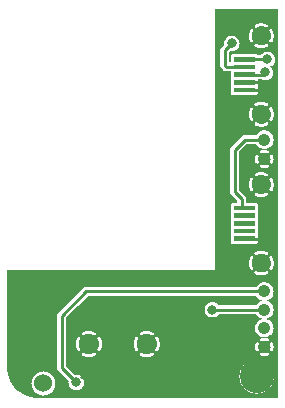
<source format=gbr>
G04 start of page 2 for group 0 idx 0 *
G04 Title: (unknown), top *
G04 Creator: pcb 4.2.0 *
G04 CreationDate: Fri Mar 27 23:03:46 2020 UTC *
G04 For: blinken *
G04 Format: Gerber/RS-274X *
G04 PCB-Dimensions (mm): 65.00 56.00 *
G04 PCB-Coordinate-Origin: lower left *
%MOMM*%
%FSLAX43Y43*%
%LNTOP*%
%ADD24C,1.300*%
%ADD23C,1.500*%
%ADD22C,0.965*%
%ADD21C,0.400*%
%ADD20C,0.654*%
%ADD19C,2.500*%
%ADD18C,1.524*%
%ADD17C,0.800*%
%ADD16C,1.054*%
%ADD15C,2.900*%
%ADD14C,1.600*%
%ADD13C,1.700*%
%ADD12C,0.254*%
%ADD11C,0.002*%
G54D11*G36*
X21086Y31219D02*X21818D01*
X21866Y31140D01*
X21946Y31046D01*
X22040Y30966D01*
X22144Y30902D01*
X22258Y30855D01*
X22377Y30826D01*
X22393Y30825D01*
X22377Y30824D01*
X22258Y30795D01*
X22144Y30748D01*
X22040Y30684D01*
X21946Y30604D01*
X21866Y30510D01*
X21818Y30431D01*
X21086D01*
Y31219D01*
G37*
G36*
X22250Y29308D02*X22258Y29305D01*
X22377Y29276D01*
X22393Y29275D01*
X22377Y29274D01*
X22258Y29245D01*
X22250Y29242D01*
Y29308D01*
G37*
G36*
X23117Y55500D02*X23700D01*
Y22550D01*
X23117D01*
Y23692D01*
X23146Y23740D01*
X23234Y23950D01*
X23287Y24172D01*
X23300Y24400D01*
X23287Y24628D01*
X23234Y24850D01*
X23146Y25060D01*
X23117Y25108D01*
Y26521D01*
X23132Y26523D01*
X23151Y26529D01*
X23169Y26538D01*
X23185Y26550D01*
X23200Y26564D01*
X23211Y26580D01*
X23220Y26598D01*
X23245Y26662D01*
X23263Y26729D01*
X23275Y26797D01*
X23281Y26866D01*
Y26934D01*
X23275Y27003D01*
X23263Y27071D01*
X23245Y27138D01*
X23221Y27202D01*
X23212Y27220D01*
X23200Y27236D01*
X23186Y27251D01*
X23169Y27262D01*
X23152Y27271D01*
X23132Y27277D01*
X23117Y27280D01*
Y28020D01*
X23134Y28040D01*
X23198Y28144D01*
X23245Y28258D01*
X23274Y28377D01*
X23281Y28500D01*
X23274Y28623D01*
X23245Y28742D01*
X23198Y28856D01*
X23134Y28960D01*
X23117Y28980D01*
Y29570D01*
X23134Y29590D01*
X23198Y29694D01*
X23245Y29808D01*
X23274Y29927D01*
X23281Y30050D01*
X23274Y30173D01*
X23245Y30292D01*
X23198Y30406D01*
X23134Y30510D01*
X23117Y30530D01*
Y31120D01*
X23134Y31140D01*
X23198Y31244D01*
X23245Y31358D01*
X23274Y31477D01*
X23281Y31600D01*
X23274Y31723D01*
X23245Y31842D01*
X23198Y31956D01*
X23134Y32060D01*
X23117Y32080D01*
Y33434D01*
X23129Y33440D01*
X23145Y33453D01*
X23158Y33467D01*
X23169Y33484D01*
X23214Y33571D01*
X23250Y33663D01*
X23277Y33757D01*
X23295Y33853D01*
X23304Y33951D01*
Y34049D01*
X23295Y34147D01*
X23277Y34243D01*
X23250Y34337D01*
X23214Y34429D01*
X23170Y34516D01*
X23159Y34533D01*
X23145Y34548D01*
X23130Y34560D01*
X23117Y34567D01*
Y40084D01*
X23129Y40090D01*
X23145Y40103D01*
X23158Y40117D01*
X23169Y40134D01*
X23214Y40221D01*
X23250Y40313D01*
X23277Y40407D01*
X23295Y40503D01*
X23304Y40601D01*
Y40699D01*
X23295Y40797D01*
X23277Y40893D01*
X23250Y40987D01*
X23214Y41079D01*
X23170Y41166D01*
X23159Y41183D01*
X23145Y41198D01*
X23130Y41210D01*
X23117Y41217D01*
Y42421D01*
X23132Y42423D01*
X23151Y42429D01*
X23169Y42438D01*
X23185Y42450D01*
X23200Y42464D01*
X23211Y42480D01*
X23220Y42498D01*
X23245Y42562D01*
X23263Y42629D01*
X23275Y42697D01*
X23281Y42766D01*
Y42834D01*
X23275Y42903D01*
X23263Y42971D01*
X23245Y43038D01*
X23221Y43102D01*
X23212Y43120D01*
X23200Y43136D01*
X23186Y43151D01*
X23169Y43162D01*
X23152Y43171D01*
X23132Y43177D01*
X23117Y43180D01*
Y43970D01*
X23134Y43990D01*
X23198Y44094D01*
X23245Y44208D01*
X23274Y44327D01*
X23281Y44450D01*
X23274Y44573D01*
X23245Y44692D01*
X23198Y44806D01*
X23134Y44910D01*
X23117Y44930D01*
Y46034D01*
X23129Y46040D01*
X23145Y46053D01*
X23158Y46067D01*
X23169Y46084D01*
X23214Y46171D01*
X23250Y46263D01*
X23277Y46357D01*
X23295Y46453D01*
X23304Y46551D01*
Y46649D01*
X23295Y46747D01*
X23277Y46843D01*
X23250Y46937D01*
X23214Y47029D01*
X23170Y47116D01*
X23159Y47133D01*
X23145Y47148D01*
X23130Y47160D01*
X23117Y47167D01*
Y49748D01*
X23131Y49764D01*
X23185Y49852D01*
X23224Y49947D01*
X23248Y50047D01*
X23254Y50150D01*
X23248Y50253D01*
X23224Y50353D01*
X23185Y50448D01*
X23131Y50536D01*
X23117Y50552D01*
Y50708D01*
X23136Y50719D01*
X23214Y50786D01*
X23281Y50864D01*
X23335Y50952D01*
X23374Y51047D01*
X23398Y51147D01*
X23404Y51250D01*
X23398Y51353D01*
X23374Y51453D01*
X23335Y51548D01*
X23281Y51636D01*
X23214Y51714D01*
X23136Y51781D01*
X23117Y51792D01*
Y52684D01*
X23129Y52690D01*
X23145Y52703D01*
X23158Y52717D01*
X23169Y52734D01*
X23214Y52821D01*
X23250Y52913D01*
X23277Y53007D01*
X23295Y53103D01*
X23304Y53201D01*
Y53299D01*
X23295Y53397D01*
X23277Y53493D01*
X23250Y53587D01*
X23214Y53679D01*
X23170Y53766D01*
X23159Y53783D01*
X23145Y53798D01*
X23130Y53810D01*
X23117Y53817D01*
Y55500D01*
G37*
G36*
Y50552D02*X23064Y50614D01*
X23018Y50653D01*
X23048Y50665D01*
X23117Y50708D01*
Y50552D01*
G37*
G36*
Y44930D02*X23054Y45004D01*
X22960Y45084D01*
X22856Y45148D01*
X22742Y45195D01*
X22623Y45224D01*
X22500Y45233D01*
X22377Y45224D01*
X22258Y45195D01*
X22250Y45192D01*
Y45546D01*
X22299D01*
X22397Y45555D01*
X22493Y45573D01*
X22587Y45600D01*
X22679Y45636D01*
X22766Y45680D01*
X22783Y45691D01*
X22798Y45705D01*
X22810Y45720D01*
X22820Y45738D01*
X22827Y45757D01*
X22831Y45777D01*
X22832Y45797D01*
X22829Y45817D01*
X22824Y45836D01*
X22816Y45854D01*
X22804Y45871D01*
X22791Y45886D01*
X22775Y45898D01*
X22757Y45908D01*
X22738Y45915D01*
X22719Y45919D01*
X22699Y45920D01*
X22679Y45917D01*
X22659Y45912D01*
X22641Y45903D01*
X22575Y45869D01*
X22506Y45842D01*
X22434Y45822D01*
X22361Y45808D01*
X22287Y45801D01*
X22250D01*
Y47399D01*
X22287D01*
X22361Y47392D01*
X22434Y47378D01*
X22506Y47358D01*
X22575Y47331D01*
X22642Y47298D01*
X22659Y47289D01*
X22679Y47283D01*
X22699Y47281D01*
X22719Y47282D01*
X22738Y47286D01*
X22757Y47293D01*
X22774Y47302D01*
X22790Y47315D01*
X22804Y47329D01*
X22815Y47346D01*
X22823Y47364D01*
X22829Y47383D01*
X22831Y47403D01*
X22830Y47423D01*
X22826Y47443D01*
X22819Y47462D01*
X22810Y47479D01*
X22797Y47495D01*
X22783Y47508D01*
X22766Y47519D01*
X22679Y47564D01*
X22587Y47600D01*
X22493Y47627D01*
X22397Y47645D01*
X22299Y47654D01*
X22250D01*
Y49569D01*
X22296D01*
X22302Y49565D01*
X22397Y49526D01*
X22497Y49502D01*
X22600Y49494D01*
X22703Y49502D01*
X22803Y49526D01*
X22898Y49565D01*
X22986Y49619D01*
X23064Y49686D01*
X23117Y49748D01*
Y47167D01*
X23112Y47170D01*
X23093Y47177D01*
X23073Y47181D01*
X23053Y47182D01*
X23033Y47179D01*
X23014Y47174D01*
X22996Y47166D01*
X22979Y47154D01*
X22964Y47141D01*
X22952Y47125D01*
X22942Y47107D01*
X22935Y47088D01*
X22931Y47069D01*
X22930Y47049D01*
X22933Y47029D01*
X22938Y47009D01*
X22947Y46991D01*
X22981Y46925D01*
X23008Y46856D01*
X23028Y46784D01*
X23042Y46711D01*
X23049Y46637D01*
Y46563D01*
X23042Y46489D01*
X23028Y46416D01*
X23008Y46344D01*
X22981Y46275D01*
X22948Y46208D01*
X22939Y46191D01*
X22933Y46171D01*
X22931Y46151D01*
X22932Y46131D01*
X22936Y46112D01*
X22943Y46093D01*
X22952Y46076D01*
X22965Y46060D01*
X22979Y46046D01*
X22996Y46035D01*
X23014Y46027D01*
X23033Y46021D01*
X23053Y46019D01*
X23073Y46020D01*
X23093Y46024D01*
X23112Y46031D01*
X23117Y46034D01*
Y44930D01*
G37*
G36*
Y32080D02*X23054Y32154D01*
X22960Y32234D01*
X22856Y32298D01*
X22742Y32345D01*
X22623Y32374D01*
X22500Y32383D01*
X22377Y32374D01*
X22258Y32345D01*
X22250Y32342D01*
Y32946D01*
X22299D01*
X22397Y32955D01*
X22493Y32973D01*
X22587Y33000D01*
X22679Y33036D01*
X22766Y33080D01*
X22783Y33091D01*
X22798Y33105D01*
X22810Y33120D01*
X22820Y33138D01*
X22827Y33157D01*
X22831Y33177D01*
X22832Y33197D01*
X22829Y33217D01*
X22824Y33236D01*
X22816Y33254D01*
X22804Y33271D01*
X22791Y33286D01*
X22775Y33298D01*
X22757Y33308D01*
X22738Y33315D01*
X22719Y33319D01*
X22699Y33320D01*
X22679Y33317D01*
X22659Y33312D01*
X22641Y33303D01*
X22575Y33269D01*
X22506Y33242D01*
X22434Y33222D01*
X22361Y33208D01*
X22287Y33201D01*
X22250D01*
Y34799D01*
X22287D01*
X22361Y34792D01*
X22434Y34778D01*
X22506Y34758D01*
X22575Y34731D01*
X22642Y34698D01*
X22659Y34689D01*
X22679Y34683D01*
X22699Y34681D01*
X22719Y34682D01*
X22738Y34686D01*
X22757Y34693D01*
X22774Y34702D01*
X22790Y34715D01*
X22804Y34729D01*
X22815Y34746D01*
X22823Y34764D01*
X22829Y34783D01*
X22831Y34803D01*
X22830Y34823D01*
X22826Y34843D01*
X22819Y34862D01*
X22810Y34879D01*
X22797Y34895D01*
X22783Y34908D01*
X22766Y34919D01*
X22679Y34964D01*
X22587Y35000D01*
X22493Y35027D01*
X22397Y35045D01*
X22299Y35054D01*
X22250D01*
Y39596D01*
X22299D01*
X22397Y39605D01*
X22493Y39623D01*
X22587Y39650D01*
X22679Y39686D01*
X22766Y39730D01*
X22783Y39741D01*
X22798Y39755D01*
X22810Y39770D01*
X22820Y39788D01*
X22827Y39807D01*
X22831Y39827D01*
X22832Y39847D01*
X22829Y39867D01*
X22824Y39886D01*
X22816Y39904D01*
X22804Y39921D01*
X22791Y39936D01*
X22775Y39948D01*
X22757Y39958D01*
X22738Y39965D01*
X22719Y39969D01*
X22699Y39970D01*
X22679Y39967D01*
X22659Y39962D01*
X22641Y39953D01*
X22575Y39919D01*
X22506Y39892D01*
X22434Y39872D01*
X22361Y39858D01*
X22287Y39851D01*
X22250D01*
Y41449D01*
X22287D01*
X22361Y41442D01*
X22434Y41428D01*
X22506Y41408D01*
X22575Y41381D01*
X22642Y41348D01*
X22659Y41339D01*
X22679Y41333D01*
X22699Y41331D01*
X22719Y41332D01*
X22738Y41336D01*
X22757Y41343D01*
X22774Y41352D01*
X22790Y41365D01*
X22804Y41379D01*
X22815Y41396D01*
X22823Y41414D01*
X22829Y41433D01*
X22831Y41453D01*
X22830Y41473D01*
X22826Y41493D01*
X22819Y41512D01*
X22810Y41529D01*
X22797Y41545D01*
X22783Y41558D01*
X22766Y41569D01*
X22679Y41614D01*
X22587Y41650D01*
X22493Y41677D01*
X22397Y41695D01*
X22299Y41704D01*
X22250D01*
Y42060D01*
X22262Y42055D01*
X22329Y42037D01*
X22397Y42025D01*
X22466Y42019D01*
X22534D01*
X22603Y42025D01*
X22671Y42037D01*
X22738Y42055D01*
X22802Y42079D01*
X22820Y42088D01*
X22836Y42100D01*
X22850Y42114D01*
X22862Y42131D01*
X22871Y42148D01*
X22877Y42168D01*
X22880Y42187D01*
X22880Y42207D01*
X22877Y42227D01*
X22871Y42246D01*
X22862Y42264D01*
X22850Y42280D01*
X22836Y42294D01*
X22819Y42306D01*
X22801Y42315D01*
X22782Y42321D01*
X22762Y42324D01*
X22742Y42324D01*
X22722Y42321D01*
X22704Y42314D01*
X22660Y42298D01*
X22615Y42286D01*
X22570Y42278D01*
X22523Y42274D01*
X22477D01*
X22430Y42278D01*
X22385Y42286D01*
X22340Y42298D01*
X22296Y42314D01*
X22277Y42321D01*
X22258Y42324D01*
X22250Y42324D01*
Y43276D01*
X22258Y43276D01*
X22278Y43279D01*
X22296Y43286D01*
X22340Y43302D01*
X22385Y43314D01*
X22430Y43322D01*
X22477Y43326D01*
X22523D01*
X22570Y43322D01*
X22615Y43314D01*
X22660Y43302D01*
X22704Y43286D01*
X22723Y43279D01*
X22742Y43276D01*
X22762Y43276D01*
X22782Y43279D01*
X22801Y43285D01*
X22819Y43294D01*
X22835Y43306D01*
X22849Y43320D01*
X22861Y43336D01*
X22870Y43354D01*
X22877Y43373D01*
X22880Y43393D01*
X22880Y43413D01*
X22877Y43432D01*
X22871Y43451D01*
X22862Y43469D01*
X22850Y43485D01*
X22836Y43500D01*
X22820Y43511D01*
X22802Y43520D01*
X22738Y43545D01*
X22671Y43563D01*
X22603Y43575D01*
X22534Y43581D01*
X22466D01*
X22397Y43575D01*
X22329Y43563D01*
X22262Y43545D01*
X22250Y43540D01*
Y43708D01*
X22258Y43705D01*
X22377Y43676D01*
X22500Y43667D01*
X22623Y43676D01*
X22742Y43705D01*
X22856Y43752D01*
X22960Y43816D01*
X23054Y43896D01*
X23117Y43970D01*
Y43180D01*
X23113Y43180D01*
X23093Y43180D01*
X23073Y43177D01*
X23054Y43171D01*
X23036Y43162D01*
X23020Y43150D01*
X23006Y43136D01*
X22994Y43119D01*
X22985Y43101D01*
X22979Y43082D01*
X22976Y43062D01*
X22976Y43042D01*
X22979Y43022D01*
X22986Y43004D01*
X23002Y42960D01*
X23014Y42915D01*
X23022Y42870D01*
X23026Y42823D01*
Y42777D01*
X23022Y42730D01*
X23014Y42685D01*
X23002Y42640D01*
X22986Y42596D01*
X22979Y42577D01*
X22976Y42558D01*
X22976Y42538D01*
X22979Y42518D01*
X22985Y42499D01*
X22994Y42481D01*
X23006Y42465D01*
X23020Y42451D01*
X23036Y42439D01*
X23054Y42430D01*
X23073Y42423D01*
X23093Y42420D01*
X23113Y42420D01*
X23117Y42421D01*
Y41217D01*
X23112Y41220D01*
X23093Y41227D01*
X23073Y41231D01*
X23053Y41232D01*
X23033Y41229D01*
X23014Y41224D01*
X22996Y41216D01*
X22979Y41204D01*
X22964Y41191D01*
X22952Y41175D01*
X22942Y41157D01*
X22935Y41138D01*
X22931Y41119D01*
X22930Y41099D01*
X22933Y41079D01*
X22938Y41059D01*
X22947Y41041D01*
X22981Y40975D01*
X23008Y40906D01*
X23028Y40834D01*
X23042Y40761D01*
X23049Y40687D01*
Y40613D01*
X23042Y40539D01*
X23028Y40466D01*
X23008Y40394D01*
X22981Y40325D01*
X22948Y40258D01*
X22939Y40241D01*
X22933Y40221D01*
X22931Y40201D01*
X22932Y40181D01*
X22936Y40162D01*
X22943Y40143D01*
X22952Y40126D01*
X22965Y40110D01*
X22979Y40096D01*
X22996Y40085D01*
X23014Y40077D01*
X23033Y40071D01*
X23053Y40069D01*
X23073Y40070D01*
X23093Y40074D01*
X23112Y40081D01*
X23117Y40084D01*
Y34567D01*
X23112Y34570D01*
X23093Y34577D01*
X23073Y34581D01*
X23053Y34582D01*
X23033Y34579D01*
X23014Y34574D01*
X22996Y34566D01*
X22979Y34554D01*
X22964Y34541D01*
X22952Y34525D01*
X22942Y34507D01*
X22935Y34488D01*
X22931Y34469D01*
X22930Y34449D01*
X22933Y34429D01*
X22938Y34409D01*
X22947Y34391D01*
X22981Y34325D01*
X23008Y34256D01*
X23028Y34184D01*
X23042Y34111D01*
X23049Y34037D01*
Y33963D01*
X23042Y33889D01*
X23028Y33816D01*
X23008Y33744D01*
X22981Y33675D01*
X22948Y33608D01*
X22939Y33591D01*
X22933Y33571D01*
X22931Y33551D01*
X22932Y33531D01*
X22936Y33512D01*
X22943Y33493D01*
X22952Y33476D01*
X22965Y33460D01*
X22979Y33446D01*
X22996Y33435D01*
X23014Y33427D01*
X23033Y33421D01*
X23053Y33419D01*
X23073Y33420D01*
X23093Y33424D01*
X23112Y33431D01*
X23117Y33434D01*
Y32080D01*
G37*
G36*
Y30530D02*X23054Y30604D01*
X22960Y30684D01*
X22856Y30748D01*
X22742Y30795D01*
X22623Y30824D01*
X22607Y30825D01*
X22623Y30826D01*
X22742Y30855D01*
X22856Y30902D01*
X22960Y30966D01*
X23054Y31046D01*
X23117Y31120D01*
Y30530D01*
G37*
G36*
Y28980D02*X23054Y29054D01*
X22960Y29134D01*
X22856Y29198D01*
X22742Y29245D01*
X22623Y29274D01*
X22607Y29275D01*
X22623Y29276D01*
X22742Y29305D01*
X22856Y29352D01*
X22960Y29416D01*
X23054Y29496D01*
X23117Y29570D01*
Y28980D01*
G37*
G36*
Y25108D02*X23027Y25255D01*
X22879Y25429D01*
X22705Y25577D01*
X22510Y25696D01*
X22300Y25784D01*
X22250Y25795D01*
Y26160D01*
X22262Y26155D01*
X22329Y26137D01*
X22397Y26125D01*
X22466Y26119D01*
X22534D01*
X22603Y26125D01*
X22671Y26137D01*
X22738Y26155D01*
X22802Y26179D01*
X22820Y26188D01*
X22836Y26200D01*
X22850Y26214D01*
X22862Y26231D01*
X22871Y26248D01*
X22877Y26268D01*
X22880Y26287D01*
X22880Y26307D01*
X22877Y26327D01*
X22871Y26346D01*
X22862Y26364D01*
X22850Y26380D01*
X22836Y26394D01*
X22819Y26406D01*
X22801Y26415D01*
X22782Y26421D01*
X22762Y26424D01*
X22742Y26424D01*
X22722Y26421D01*
X22704Y26414D01*
X22660Y26398D01*
X22615Y26386D01*
X22570Y26378D01*
X22523Y26374D01*
X22477D01*
X22430Y26378D01*
X22385Y26386D01*
X22340Y26398D01*
X22296Y26414D01*
X22277Y26421D01*
X22258Y26424D01*
X22250Y26424D01*
Y27376D01*
X22258Y27376D01*
X22278Y27379D01*
X22296Y27386D01*
X22340Y27402D01*
X22385Y27414D01*
X22430Y27422D01*
X22477Y27426D01*
X22523D01*
X22570Y27422D01*
X22615Y27414D01*
X22660Y27402D01*
X22704Y27386D01*
X22723Y27379D01*
X22742Y27376D01*
X22762Y27376D01*
X22782Y27379D01*
X22801Y27385D01*
X22819Y27394D01*
X22835Y27406D01*
X22849Y27420D01*
X22861Y27436D01*
X22870Y27454D01*
X22877Y27473D01*
X22880Y27493D01*
X22880Y27513D01*
X22877Y27532D01*
X22871Y27551D01*
X22862Y27569D01*
X22850Y27585D01*
X22836Y27600D01*
X22820Y27611D01*
X22802Y27620D01*
X22738Y27645D01*
X22671Y27663D01*
X22603Y27675D01*
X22534Y27681D01*
X22466D01*
X22397Y27675D01*
X22329Y27663D01*
X22262Y27645D01*
X22250Y27640D01*
Y27758D01*
X22258Y27755D01*
X22377Y27726D01*
X22500Y27717D01*
X22623Y27726D01*
X22742Y27755D01*
X22856Y27802D01*
X22960Y27866D01*
X23054Y27946D01*
X23117Y28020D01*
Y27280D01*
X23113Y27280D01*
X23093Y27280D01*
X23073Y27277D01*
X23054Y27271D01*
X23036Y27262D01*
X23020Y27250D01*
X23006Y27236D01*
X22994Y27219D01*
X22985Y27201D01*
X22979Y27182D01*
X22976Y27162D01*
X22976Y27142D01*
X22979Y27122D01*
X22986Y27104D01*
X23002Y27060D01*
X23014Y27015D01*
X23022Y26970D01*
X23026Y26923D01*
Y26877D01*
X23022Y26830D01*
X23014Y26785D01*
X23002Y26740D01*
X22986Y26696D01*
X22979Y26677D01*
X22976Y26658D01*
X22976Y26638D01*
X22979Y26618D01*
X22985Y26599D01*
X22994Y26581D01*
X23006Y26565D01*
X23020Y26551D01*
X23036Y26539D01*
X23054Y26530D01*
X23073Y26523D01*
X23093Y26520D01*
X23113Y26520D01*
X23117Y26521D01*
Y25108D01*
G37*
G36*
Y22550D02*X22250D01*
Y23005D01*
X22300Y23016D01*
X22510Y23104D01*
X22705Y23223D01*
X22879Y23371D01*
X23027Y23545D01*
X23117Y23692D01*
Y22550D01*
G37*
G36*
X22250Y55500D02*X23117D01*
Y53817D01*
X23112Y53820D01*
X23093Y53827D01*
X23073Y53831D01*
X23053Y53832D01*
X23033Y53829D01*
X23014Y53824D01*
X22996Y53816D01*
X22979Y53804D01*
X22964Y53791D01*
X22952Y53775D01*
X22942Y53757D01*
X22935Y53738D01*
X22931Y53719D01*
X22930Y53699D01*
X22933Y53679D01*
X22938Y53659D01*
X22947Y53641D01*
X22981Y53575D01*
X23008Y53506D01*
X23028Y53434D01*
X23042Y53361D01*
X23049Y53287D01*
Y53213D01*
X23042Y53139D01*
X23028Y53066D01*
X23008Y52994D01*
X22981Y52925D01*
X22948Y52858D01*
X22939Y52841D01*
X22933Y52821D01*
X22931Y52801D01*
X22932Y52781D01*
X22936Y52762D01*
X22943Y52743D01*
X22952Y52726D01*
X22965Y52710D01*
X22979Y52696D01*
X22996Y52685D01*
X23014Y52677D01*
X23033Y52671D01*
X23053Y52669D01*
X23073Y52670D01*
X23093Y52674D01*
X23112Y52681D01*
X23117Y52684D01*
Y51792D01*
X23048Y51835D01*
X22953Y51874D01*
X22853Y51898D01*
X22750Y51906D01*
X22647Y51898D01*
X22547Y51874D01*
X22452Y51835D01*
X22364Y51781D01*
X22286Y51714D01*
X22250Y51672D01*
Y52196D01*
X22299D01*
X22397Y52205D01*
X22493Y52223D01*
X22587Y52250D01*
X22679Y52286D01*
X22766Y52330D01*
X22783Y52341D01*
X22798Y52355D01*
X22810Y52370D01*
X22820Y52388D01*
X22827Y52407D01*
X22831Y52427D01*
X22832Y52447D01*
X22829Y52467D01*
X22824Y52486D01*
X22816Y52504D01*
X22804Y52521D01*
X22791Y52536D01*
X22775Y52548D01*
X22757Y52558D01*
X22738Y52565D01*
X22719Y52569D01*
X22699Y52570D01*
X22679Y52567D01*
X22659Y52562D01*
X22641Y52553D01*
X22575Y52519D01*
X22506Y52492D01*
X22434Y52472D01*
X22361Y52458D01*
X22287Y52451D01*
X22250D01*
Y54049D01*
X22287D01*
X22361Y54042D01*
X22434Y54028D01*
X22506Y54008D01*
X22575Y53981D01*
X22642Y53948D01*
X22659Y53939D01*
X22679Y53933D01*
X22699Y53931D01*
X22719Y53932D01*
X22738Y53936D01*
X22757Y53943D01*
X22774Y53952D01*
X22790Y53965D01*
X22804Y53979D01*
X22815Y53996D01*
X22823Y54014D01*
X22829Y54033D01*
X22831Y54053D01*
X22830Y54073D01*
X22826Y54093D01*
X22819Y54112D01*
X22810Y54129D01*
X22797Y54145D01*
X22783Y54158D01*
X22766Y54169D01*
X22679Y54214D01*
X22587Y54250D01*
X22493Y54277D01*
X22397Y54295D01*
X22299Y54304D01*
X22250D01*
Y55500D01*
G37*
G36*
Y45192D02*X22144Y45148D01*
X22040Y45084D01*
X21946Y45004D01*
X21866Y44910D01*
X21818Y44831D01*
X21383D01*
Y46033D01*
X21388Y46030D01*
X21407Y46023D01*
X21427Y46019D01*
X21447Y46018D01*
X21467Y46021D01*
X21486Y46026D01*
X21504Y46034D01*
X21521Y46046D01*
X21536Y46059D01*
X21548Y46075D01*
X21558Y46093D01*
X21565Y46112D01*
X21569Y46131D01*
X21570Y46151D01*
X21567Y46171D01*
X21562Y46191D01*
X21553Y46209D01*
X21519Y46275D01*
X21492Y46344D01*
X21472Y46416D01*
X21458Y46489D01*
X21451Y46563D01*
Y46637D01*
X21458Y46711D01*
X21472Y46784D01*
X21492Y46856D01*
X21519Y46925D01*
X21552Y46992D01*
X21561Y47009D01*
X21567Y47029D01*
X21569Y47049D01*
X21568Y47069D01*
X21564Y47088D01*
X21557Y47107D01*
X21548Y47124D01*
X21535Y47140D01*
X21521Y47154D01*
X21504Y47165D01*
X21486Y47173D01*
X21467Y47179D01*
X21447Y47181D01*
X21427Y47180D01*
X21407Y47176D01*
X21388Y47169D01*
X21383Y47166D01*
Y48198D01*
X21740Y48198D01*
X21779Y48208D01*
X21816Y48223D01*
X21850Y48244D01*
X21880Y48270D01*
X21906Y48300D01*
X21927Y48334D01*
X21942Y48371D01*
X21952Y48410D01*
X21954Y48450D01*
X21952Y48890D01*
X21942Y48929D01*
X21927Y48966D01*
X21921Y48975D01*
X21927Y48984D01*
X21942Y49021D01*
X21952Y49060D01*
X21954Y49100D01*
X21952Y49540D01*
X21945Y49569D01*
X22250D01*
Y47654D01*
X22201D01*
X22103Y47645D01*
X22007Y47627D01*
X21913Y47600D01*
X21821Y47564D01*
X21734Y47520D01*
X21717Y47509D01*
X21702Y47495D01*
X21690Y47480D01*
X21680Y47462D01*
X21673Y47443D01*
X21669Y47423D01*
X21668Y47403D01*
X21671Y47383D01*
X21676Y47364D01*
X21684Y47346D01*
X21696Y47329D01*
X21709Y47314D01*
X21725Y47302D01*
X21743Y47292D01*
X21762Y47285D01*
X21781Y47281D01*
X21801Y47280D01*
X21821Y47283D01*
X21841Y47288D01*
X21859Y47297D01*
X21925Y47331D01*
X21994Y47358D01*
X22066Y47378D01*
X22139Y47392D01*
X22213Y47399D01*
X22250D01*
Y45801D01*
X22213D01*
X22139Y45808D01*
X22066Y45822D01*
X21994Y45842D01*
X21925Y45869D01*
X21858Y45902D01*
X21841Y45911D01*
X21821Y45917D01*
X21801Y45919D01*
X21781Y45918D01*
X21762Y45914D01*
X21743Y45907D01*
X21726Y45898D01*
X21710Y45885D01*
X21696Y45871D01*
X21685Y45854D01*
X21677Y45836D01*
X21671Y45817D01*
X21669Y45797D01*
X21670Y45777D01*
X21674Y45757D01*
X21681Y45738D01*
X21690Y45721D01*
X21703Y45705D01*
X21717Y45692D01*
X21734Y45681D01*
X21821Y45636D01*
X21913Y45600D01*
X22007Y45573D01*
X22103Y45555D01*
X22201Y45546D01*
X22250D01*
Y45192D01*
G37*
G36*
X21383Y44831D02*X21086D01*
Y48198D01*
X21383Y48198D01*
Y47166D01*
X21371Y47160D01*
X21355Y47147D01*
X21342Y47133D01*
X21331Y47116D01*
X21286Y47029D01*
X21250Y46937D01*
X21223Y46843D01*
X21205Y46747D01*
X21196Y46649D01*
Y46551D01*
X21205Y46453D01*
X21223Y46357D01*
X21250Y46263D01*
X21286Y46171D01*
X21330Y46084D01*
X21341Y46067D01*
X21355Y46052D01*
X21370Y46040D01*
X21383Y46033D01*
Y44831D01*
G37*
G36*
X21872Y34704D02*X21925Y34731D01*
X21994Y34758D01*
X22066Y34778D01*
X22139Y34792D01*
X22213Y34799D01*
X22250D01*
Y33201D01*
X22213D01*
X22139Y33208D01*
X22066Y33222D01*
X21994Y33242D01*
X21925Y33269D01*
X21872Y33296D01*
Y34704D01*
G37*
G36*
Y41354D02*X21925Y41381D01*
X21994Y41408D01*
X22066Y41428D01*
X22139Y41442D01*
X22213Y41449D01*
X22250D01*
Y39851D01*
X22213D01*
X22139Y39858D01*
X22066Y39872D01*
X21994Y39892D01*
X21925Y39919D01*
X21872Y39946D01*
Y41354D01*
G37*
G36*
Y43983D02*X21946Y43896D01*
X22040Y43816D01*
X22144Y43752D01*
X22250Y43708D01*
Y43540D01*
X22198Y43521D01*
X22180Y43512D01*
X22164Y43500D01*
X22149Y43486D01*
X22138Y43469D01*
X22129Y43452D01*
X22123Y43432D01*
X22120Y43413D01*
X22120Y43393D01*
X22123Y43373D01*
X22129Y43354D01*
X22138Y43336D01*
X22150Y43320D01*
X22164Y43306D01*
X22181Y43294D01*
X22199Y43285D01*
X22218Y43279D01*
X22238Y43276D01*
X22250Y43276D01*
Y42324D01*
X22238Y42324D01*
X22218Y42321D01*
X22199Y42315D01*
X22181Y42306D01*
X22165Y42294D01*
X22151Y42280D01*
X22139Y42264D01*
X22130Y42246D01*
X22123Y42227D01*
X22120Y42207D01*
X22120Y42187D01*
X22123Y42168D01*
X22129Y42149D01*
X22138Y42131D01*
X22150Y42115D01*
X22164Y42100D01*
X22180Y42089D01*
X22198Y42080D01*
X22250Y42060D01*
Y41704D01*
X22201D01*
X22103Y41695D01*
X22007Y41677D01*
X21913Y41650D01*
X21872Y41634D01*
Y42422D01*
X21887Y42420D01*
X21907Y42420D01*
X21927Y42423D01*
X21946Y42429D01*
X21964Y42438D01*
X21980Y42450D01*
X21994Y42464D01*
X22006Y42481D01*
X22015Y42499D01*
X22021Y42518D01*
X22024Y42538D01*
X22024Y42558D01*
X22021Y42578D01*
X22014Y42596D01*
X21998Y42640D01*
X21986Y42685D01*
X21978Y42730D01*
X21974Y42777D01*
Y42823D01*
X21978Y42870D01*
X21986Y42915D01*
X21998Y42960D01*
X22014Y43004D01*
X22021Y43023D01*
X22024Y43042D01*
X22024Y43062D01*
X22021Y43082D01*
X22015Y43101D01*
X22006Y43119D01*
X21994Y43135D01*
X21980Y43149D01*
X21964Y43161D01*
X21946Y43170D01*
X21927Y43177D01*
X21907Y43180D01*
X21887Y43180D01*
X21872Y43178D01*
Y43983D01*
G37*
G36*
Y35663D02*X21880Y35670D01*
X21906Y35700D01*
X21927Y35734D01*
X21942Y35771D01*
X21952Y35810D01*
X21954Y35850D01*
X21952Y36290D01*
X21942Y36329D01*
X21927Y36366D01*
X21921Y36375D01*
X21927Y36384D01*
X21942Y36421D01*
X21952Y36460D01*
X21954Y36500D01*
X21952Y36940D01*
X21942Y36979D01*
X21927Y37016D01*
X21921Y37025D01*
X21927Y37034D01*
X21942Y37071D01*
X21952Y37110D01*
X21954Y37150D01*
X21952Y37590D01*
X21942Y37629D01*
X21927Y37666D01*
X21921Y37675D01*
X21927Y37684D01*
X21942Y37721D01*
X21952Y37760D01*
X21954Y37800D01*
X21952Y38240D01*
X21942Y38279D01*
X21927Y38316D01*
X21921Y38325D01*
X21927Y38334D01*
X21942Y38371D01*
X21952Y38410D01*
X21954Y38450D01*
X21952Y38890D01*
X21942Y38929D01*
X21927Y38966D01*
X21906Y39000D01*
X21880Y39030D01*
X21872Y39037D01*
Y39666D01*
X21913Y39650D01*
X22007Y39623D01*
X22103Y39605D01*
X22201Y39596D01*
X22250D01*
Y35054D01*
X22201D01*
X22103Y35045D01*
X22007Y35027D01*
X21913Y35000D01*
X21872Y34984D01*
Y35663D01*
G37*
G36*
X22250Y32342D02*X22144Y32298D01*
X22040Y32234D01*
X21946Y32154D01*
X21872Y32067D01*
Y33016D01*
X21913Y33000D01*
X22007Y32973D01*
X22103Y32955D01*
X22201Y32946D01*
X22250D01*
Y32342D01*
G37*
G36*
X21872Y39037D02*X21850Y39056D01*
X21816Y39077D01*
X21779Y39092D01*
X21740Y39102D01*
X21700Y39104D01*
X21383Y39104D01*
Y40083D01*
X21388Y40080D01*
X21407Y40073D01*
X21427Y40069D01*
X21447Y40068D01*
X21467Y40071D01*
X21486Y40076D01*
X21504Y40084D01*
X21521Y40096D01*
X21536Y40109D01*
X21548Y40125D01*
X21558Y40143D01*
X21565Y40162D01*
X21569Y40181D01*
X21570Y40201D01*
X21567Y40221D01*
X21562Y40241D01*
X21553Y40259D01*
X21519Y40325D01*
X21492Y40394D01*
X21472Y40466D01*
X21458Y40539D01*
X21451Y40613D01*
Y40687D01*
X21458Y40761D01*
X21472Y40834D01*
X21492Y40906D01*
X21519Y40975D01*
X21552Y41042D01*
X21561Y41059D01*
X21567Y41079D01*
X21569Y41099D01*
X21568Y41119D01*
X21564Y41138D01*
X21557Y41157D01*
X21548Y41174D01*
X21535Y41190D01*
X21521Y41204D01*
X21504Y41215D01*
X21486Y41223D01*
X21467Y41229D01*
X21447Y41231D01*
X21427Y41230D01*
X21407Y41226D01*
X21388Y41219D01*
X21383Y41216D01*
Y44069D01*
X21818D01*
X21866Y43990D01*
X21872Y43983D01*
Y43178D01*
X21868Y43177D01*
X21849Y43171D01*
X21831Y43162D01*
X21815Y43150D01*
X21800Y43136D01*
X21789Y43120D01*
X21780Y43102D01*
X21755Y43038D01*
X21737Y42971D01*
X21725Y42903D01*
X21719Y42834D01*
Y42766D01*
X21725Y42697D01*
X21737Y42629D01*
X21755Y42562D01*
X21779Y42498D01*
X21788Y42480D01*
X21800Y42464D01*
X21814Y42450D01*
X21831Y42438D01*
X21848Y42429D01*
X21868Y42423D01*
X21872Y42422D01*
Y41634D01*
X21821Y41614D01*
X21734Y41570D01*
X21717Y41559D01*
X21702Y41545D01*
X21690Y41530D01*
X21680Y41512D01*
X21673Y41493D01*
X21669Y41473D01*
X21668Y41453D01*
X21671Y41433D01*
X21676Y41414D01*
X21684Y41396D01*
X21696Y41379D01*
X21709Y41364D01*
X21725Y41352D01*
X21743Y41342D01*
X21762Y41335D01*
X21781Y41331D01*
X21801Y41330D01*
X21821Y41333D01*
X21841Y41338D01*
X21859Y41347D01*
X21872Y41354D01*
Y39946D01*
X21858Y39952D01*
X21841Y39961D01*
X21821Y39967D01*
X21801Y39969D01*
X21781Y39968D01*
X21762Y39964D01*
X21743Y39957D01*
X21726Y39948D01*
X21710Y39935D01*
X21696Y39921D01*
X21685Y39904D01*
X21677Y39886D01*
X21671Y39867D01*
X21669Y39847D01*
X21670Y39827D01*
X21674Y39807D01*
X21681Y39788D01*
X21690Y39771D01*
X21703Y39755D01*
X21717Y39742D01*
X21734Y39731D01*
X21821Y39686D01*
X21872Y39666D01*
Y39037D01*
G37*
G36*
Y32067D02*X21866Y32060D01*
X21818Y31981D01*
X21383D01*
Y33433D01*
X21388Y33430D01*
X21407Y33423D01*
X21427Y33419D01*
X21447Y33418D01*
X21467Y33421D01*
X21486Y33426D01*
X21504Y33434D01*
X21521Y33446D01*
X21536Y33459D01*
X21548Y33475D01*
X21558Y33493D01*
X21565Y33512D01*
X21569Y33531D01*
X21570Y33551D01*
X21567Y33571D01*
X21562Y33591D01*
X21553Y33609D01*
X21519Y33675D01*
X21492Y33744D01*
X21472Y33816D01*
X21458Y33889D01*
X21451Y33963D01*
Y34037D01*
X21458Y34111D01*
X21472Y34184D01*
X21492Y34256D01*
X21519Y34325D01*
X21552Y34392D01*
X21561Y34409D01*
X21567Y34429D01*
X21569Y34449D01*
X21568Y34469D01*
X21564Y34488D01*
X21557Y34507D01*
X21548Y34524D01*
X21535Y34540D01*
X21521Y34554D01*
X21504Y34565D01*
X21486Y34573D01*
X21467Y34579D01*
X21447Y34581D01*
X21427Y34580D01*
X21407Y34576D01*
X21388Y34569D01*
X21383Y34566D01*
Y35598D01*
X21740Y35598D01*
X21779Y35608D01*
X21816Y35623D01*
X21850Y35644D01*
X21872Y35663D01*
Y34984D01*
X21821Y34964D01*
X21734Y34920D01*
X21717Y34909D01*
X21702Y34895D01*
X21690Y34880D01*
X21680Y34862D01*
X21673Y34843D01*
X21669Y34823D01*
X21668Y34803D01*
X21671Y34783D01*
X21676Y34764D01*
X21684Y34746D01*
X21696Y34729D01*
X21709Y34714D01*
X21725Y34702D01*
X21743Y34692D01*
X21762Y34685D01*
X21781Y34681D01*
X21801Y34680D01*
X21821Y34683D01*
X21841Y34688D01*
X21859Y34697D01*
X21872Y34704D01*
Y33296D01*
X21858Y33302D01*
X21841Y33311D01*
X21821Y33317D01*
X21801Y33319D01*
X21781Y33318D01*
X21762Y33314D01*
X21743Y33307D01*
X21726Y33298D01*
X21710Y33285D01*
X21696Y33271D01*
X21685Y33254D01*
X21677Y33236D01*
X21671Y33217D01*
X21669Y33197D01*
X21670Y33177D01*
X21674Y33157D01*
X21681Y33138D01*
X21690Y33121D01*
X21703Y33105D01*
X21717Y33092D01*
X21734Y33081D01*
X21821Y33036D01*
X21872Y33016D01*
Y32067D01*
G37*
G36*
X21383Y39104D02*X21086Y39103D01*
Y44069D01*
X21383D01*
Y41216D01*
X21371Y41210D01*
X21355Y41197D01*
X21342Y41183D01*
X21331Y41166D01*
X21286Y41079D01*
X21250Y40987D01*
X21223Y40893D01*
X21205Y40797D01*
X21196Y40699D01*
Y40601D01*
X21205Y40503D01*
X21223Y40407D01*
X21250Y40313D01*
X21286Y40221D01*
X21330Y40134D01*
X21341Y40117D01*
X21355Y40102D01*
X21370Y40090D01*
X21383Y40083D01*
Y39104D01*
G37*
G36*
Y31981D02*X21086D01*
Y35598D01*
X21383Y35598D01*
Y34566D01*
X21371Y34560D01*
X21355Y34547D01*
X21342Y34533D01*
X21331Y34516D01*
X21286Y34429D01*
X21250Y34337D01*
X21223Y34243D01*
X21205Y34147D01*
X21196Y34049D01*
Y33951D01*
X21205Y33853D01*
X21223Y33757D01*
X21250Y33663D01*
X21286Y33571D01*
X21330Y33484D01*
X21341Y33467D01*
X21355Y33452D01*
X21370Y33440D01*
X21383Y33433D01*
Y31981D01*
G37*
G36*
X21872Y29583D02*X21946Y29496D01*
X22040Y29416D01*
X22144Y29352D01*
X22250Y29308D01*
Y29242D01*
X22144Y29198D01*
X22040Y29134D01*
X21946Y29054D01*
X21872Y28967D01*
Y29583D01*
G37*
G36*
X22250Y25795D02*X22078Y25837D01*
X21872Y25853D01*
Y26522D01*
X21887Y26520D01*
X21907Y26520D01*
X21927Y26523D01*
X21946Y26529D01*
X21964Y26538D01*
X21980Y26550D01*
X21994Y26564D01*
X22006Y26581D01*
X22015Y26599D01*
X22021Y26618D01*
X22024Y26638D01*
X22024Y26658D01*
X22021Y26678D01*
X22014Y26696D01*
X21998Y26740D01*
X21986Y26785D01*
X21978Y26830D01*
X21974Y26877D01*
Y26923D01*
X21978Y26970D01*
X21986Y27015D01*
X21998Y27060D01*
X22014Y27104D01*
X22021Y27123D01*
X22024Y27142D01*
X22024Y27162D01*
X22021Y27182D01*
X22015Y27201D01*
X22006Y27219D01*
X21994Y27235D01*
X21980Y27249D01*
X21964Y27261D01*
X21946Y27270D01*
X21927Y27277D01*
X21907Y27280D01*
X21887Y27280D01*
X21872Y27278D01*
Y28033D01*
X21946Y27946D01*
X22040Y27866D01*
X22144Y27802D01*
X22250Y27758D01*
Y27640D01*
X22198Y27621D01*
X22180Y27612D01*
X22164Y27600D01*
X22149Y27586D01*
X22138Y27569D01*
X22129Y27552D01*
X22123Y27532D01*
X22120Y27513D01*
X22120Y27493D01*
X22123Y27473D01*
X22129Y27454D01*
X22138Y27436D01*
X22150Y27420D01*
X22164Y27406D01*
X22181Y27394D01*
X22199Y27385D01*
X22218Y27379D01*
X22238Y27376D01*
X22250Y27376D01*
Y26424D01*
X22238Y26424D01*
X22218Y26421D01*
X22199Y26415D01*
X22181Y26406D01*
X22165Y26394D01*
X22151Y26380D01*
X22139Y26364D01*
X22130Y26346D01*
X22123Y26327D01*
X22120Y26307D01*
X22120Y26287D01*
X22123Y26268D01*
X22129Y26249D01*
X22138Y26231D01*
X22150Y26215D01*
X22164Y26200D01*
X22180Y26189D01*
X22198Y26180D01*
X22250Y26160D01*
Y25795D01*
G37*
G36*
X21872Y25853D02*X21850Y25855D01*
X21622Y25837D01*
X21400Y25784D01*
X21190Y25696D01*
X21086Y25633D01*
Y29669D01*
X21818D01*
X21866Y29590D01*
X21872Y29583D01*
Y28967D01*
X21866Y28960D01*
X21802Y28856D01*
X21755Y28742D01*
X21726Y28623D01*
X21717Y28500D01*
X21726Y28377D01*
X21755Y28258D01*
X21802Y28144D01*
X21866Y28040D01*
X21872Y28033D01*
Y27278D01*
X21868Y27277D01*
X21849Y27271D01*
X21831Y27262D01*
X21815Y27250D01*
X21800Y27236D01*
X21789Y27220D01*
X21780Y27202D01*
X21755Y27138D01*
X21737Y27071D01*
X21725Y27003D01*
X21719Y26934D01*
Y26866D01*
X21725Y26797D01*
X21737Y26729D01*
X21755Y26662D01*
X21779Y26598D01*
X21788Y26580D01*
X21800Y26564D01*
X21814Y26550D01*
X21831Y26538D01*
X21848Y26529D01*
X21868Y26523D01*
X21872Y26522D01*
Y25853D01*
G37*
G36*
X22250Y22550D02*X21086D01*
Y23167D01*
X21190Y23104D01*
X21400Y23016D01*
X21622Y22963D01*
X21850Y22945D01*
X22078Y22963D01*
X22250Y23005D01*
Y22550D01*
G37*
G36*
X21383Y55500D02*X22250D01*
Y54304D01*
X22201D01*
X22103Y54295D01*
X22007Y54277D01*
X21913Y54250D01*
X21821Y54214D01*
X21734Y54170D01*
X21717Y54159D01*
X21702Y54145D01*
X21690Y54130D01*
X21680Y54112D01*
X21673Y54093D01*
X21669Y54073D01*
X21668Y54053D01*
X21671Y54033D01*
X21676Y54014D01*
X21684Y53996D01*
X21696Y53979D01*
X21709Y53964D01*
X21725Y53952D01*
X21743Y53942D01*
X21762Y53935D01*
X21781Y53931D01*
X21801Y53930D01*
X21821Y53933D01*
X21841Y53938D01*
X21859Y53947D01*
X21925Y53981D01*
X21994Y54008D01*
X22066Y54028D01*
X22139Y54042D01*
X22213Y54049D01*
X22250D01*
Y52451D01*
X22213D01*
X22139Y52458D01*
X22066Y52472D01*
X21994Y52492D01*
X21925Y52519D01*
X21858Y52552D01*
X21841Y52561D01*
X21821Y52567D01*
X21801Y52569D01*
X21781Y52568D01*
X21762Y52564D01*
X21743Y52557D01*
X21726Y52548D01*
X21710Y52535D01*
X21696Y52521D01*
X21685Y52504D01*
X21677Y52486D01*
X21671Y52467D01*
X21669Y52447D01*
X21670Y52427D01*
X21674Y52407D01*
X21681Y52388D01*
X21690Y52371D01*
X21703Y52355D01*
X21717Y52342D01*
X21734Y52331D01*
X21821Y52286D01*
X21913Y52250D01*
X22007Y52223D01*
X22103Y52205D01*
X22201Y52196D01*
X22250D01*
Y51672D01*
X22219Y51636D01*
X22216Y51631D01*
X21879D01*
X21850Y51656D01*
X21816Y51677D01*
X21779Y51692D01*
X21740Y51702D01*
X21700Y51704D01*
X21383Y51704D01*
Y52683D01*
X21388Y52680D01*
X21407Y52673D01*
X21427Y52669D01*
X21447Y52668D01*
X21467Y52671D01*
X21486Y52676D01*
X21504Y52684D01*
X21521Y52696D01*
X21536Y52709D01*
X21548Y52725D01*
X21558Y52743D01*
X21565Y52762D01*
X21569Y52781D01*
X21570Y52801D01*
X21567Y52821D01*
X21562Y52841D01*
X21553Y52859D01*
X21519Y52925D01*
X21492Y52994D01*
X21472Y53066D01*
X21458Y53139D01*
X21451Y53213D01*
Y53287D01*
X21458Y53361D01*
X21472Y53434D01*
X21492Y53506D01*
X21519Y53575D01*
X21552Y53642D01*
X21561Y53659D01*
X21567Y53679D01*
X21569Y53699D01*
X21568Y53719D01*
X21564Y53738D01*
X21557Y53757D01*
X21548Y53774D01*
X21535Y53790D01*
X21521Y53804D01*
X21504Y53815D01*
X21486Y53823D01*
X21467Y53829D01*
X21447Y53831D01*
X21427Y53830D01*
X21407Y53826D01*
X21388Y53819D01*
X21383Y53816D01*
Y55500D01*
G37*
G36*
X21086D02*X21383D01*
Y53816D01*
X21371Y53810D01*
X21355Y53797D01*
X21342Y53783D01*
X21331Y53766D01*
X21286Y53679D01*
X21250Y53587D01*
X21223Y53493D01*
X21205Y53397D01*
X21196Y53299D01*
Y53201D01*
X21205Y53103D01*
X21223Y53007D01*
X21250Y52913D01*
X21286Y52821D01*
X21330Y52734D01*
X21341Y52717D01*
X21355Y52702D01*
X21370Y52690D01*
X21383Y52683D01*
Y51704D01*
X21086Y51703D01*
Y55500D01*
G37*
G36*
Y39103D02*X20981Y39103D01*
Y39385D01*
X20982Y39400D01*
X20977Y39460D01*
X20963Y39518D01*
X20941Y39574D01*
X20909Y39625D01*
X20870Y39670D01*
X20859Y39680D01*
X20381Y40158D01*
Y43442D01*
X21008Y44069D01*
X21086D01*
Y39103D01*
G37*
G36*
X13461Y31219D02*X21086D01*
Y30431D01*
X18634D01*
X18631Y30436D01*
X18564Y30514D01*
X18486Y30581D01*
X18398Y30635D01*
X18303Y30674D01*
X18203Y30698D01*
X18100Y30706D01*
X17997Y30698D01*
X17897Y30674D01*
X17802Y30635D01*
X17714Y30581D01*
X17636Y30514D01*
X17569Y30436D01*
X17515Y30348D01*
X17476Y30253D01*
X17452Y30153D01*
X17444Y30050D01*
X17452Y29947D01*
X17476Y29847D01*
X17515Y29752D01*
X17569Y29664D01*
X17636Y29586D01*
X17714Y29519D01*
X17802Y29465D01*
X17897Y29426D01*
X17997Y29402D01*
X18100Y29394D01*
X18203Y29402D01*
X18303Y29426D01*
X18398Y29465D01*
X18486Y29519D01*
X18564Y29586D01*
X18631Y29664D01*
X18634Y29669D01*
X21086D01*
Y25633D01*
X20995Y25577D01*
X20821Y25429D01*
X20673Y25255D01*
X20554Y25060D01*
X20466Y24850D01*
X20413Y24628D01*
X20395Y24400D01*
X20413Y24172D01*
X20466Y23950D01*
X20554Y23740D01*
X20673Y23545D01*
X20821Y23371D01*
X20995Y23223D01*
X21086Y23167D01*
Y22550D01*
X13461D01*
Y26551D01*
X13464Y26553D01*
X13480Y26565D01*
X13494Y26580D01*
X13505Y26596D01*
X13551Y26681D01*
X13588Y26771D01*
X13617Y26863D01*
X13638Y26957D01*
X13651Y27053D01*
X13655Y27150D01*
X13651Y27247D01*
X13638Y27343D01*
X13617Y27437D01*
X13588Y27529D01*
X13551Y27619D01*
X13506Y27704D01*
X13495Y27721D01*
X13481Y27735D01*
X13465Y27748D01*
X13461Y27750D01*
Y31219D01*
G37*
G36*
X12550D02*X13461D01*
Y27750D01*
X13447Y27757D01*
X13428Y27764D01*
X13408Y27768D01*
X13388Y27768D01*
X13368Y27765D01*
X13349Y27760D01*
X13331Y27751D01*
X13314Y27740D01*
X13300Y27726D01*
X13288Y27710D01*
X13278Y27692D01*
X13271Y27673D01*
X13268Y27653D01*
X13267Y27633D01*
X13270Y27613D01*
X13276Y27594D01*
X13285Y27576D01*
X13320Y27510D01*
X13348Y27442D01*
X13371Y27371D01*
X13387Y27298D01*
X13397Y27224D01*
X13400Y27150D01*
X13397Y27076D01*
X13387Y27002D01*
X13371Y26929D01*
X13348Y26858D01*
X13320Y26790D01*
X13285Y26724D01*
X13276Y26706D01*
X13271Y26687D01*
X13268Y26667D01*
X13268Y26647D01*
X13272Y26627D01*
X13279Y26608D01*
X13288Y26591D01*
X13300Y26575D01*
X13315Y26561D01*
X13331Y26550D01*
X13349Y26541D01*
X13369Y26535D01*
X13388Y26533D01*
X13408Y26533D01*
X13428Y26537D01*
X13447Y26543D01*
X13461Y26551D01*
Y22550D01*
X12550D01*
Y26045D01*
X12647Y26049D01*
X12743Y26062D01*
X12837Y26083D01*
X12929Y26112D01*
X13019Y26149D01*
X13104Y26194D01*
X13121Y26205D01*
X13135Y26219D01*
X13148Y26235D01*
X13157Y26253D01*
X13164Y26272D01*
X13168Y26292D01*
X13168Y26312D01*
X13165Y26332D01*
X13160Y26351D01*
X13151Y26369D01*
X13140Y26386D01*
X13126Y26400D01*
X13110Y26412D01*
X13092Y26422D01*
X13073Y26429D01*
X13053Y26432D01*
X13033Y26433D01*
X13013Y26430D01*
X12994Y26424D01*
X12976Y26415D01*
X12910Y26380D01*
X12842Y26352D01*
X12771Y26329D01*
X12698Y26313D01*
X12624Y26303D01*
X12550Y26300D01*
Y28000D01*
X12624Y27997D01*
X12698Y27987D01*
X12771Y27971D01*
X12842Y27948D01*
X12910Y27920D01*
X12976Y27885D01*
X12994Y27876D01*
X13013Y27871D01*
X13033Y27868D01*
X13053Y27868D01*
X13073Y27872D01*
X13092Y27879D01*
X13109Y27888D01*
X13125Y27900D01*
X13139Y27915D01*
X13150Y27931D01*
X13159Y27949D01*
X13165Y27969D01*
X13167Y27988D01*
X13167Y28008D01*
X13163Y28028D01*
X13157Y28047D01*
X13147Y28064D01*
X13135Y28080D01*
X13120Y28094D01*
X13104Y28105D01*
X13019Y28151D01*
X12929Y28188D01*
X12837Y28217D01*
X12743Y28238D01*
X12647Y28251D01*
X12550Y28255D01*
Y31219D01*
G37*
G36*
X18300Y50860D02*Y55500D01*
X21086D01*
Y51703D01*
X19860Y51702D01*
X19821Y51692D01*
X19784Y51677D01*
X19750Y51656D01*
X19720Y51630D01*
X19694Y51600D01*
X19673Y51566D01*
X19658Y51529D01*
X19648Y51490D01*
X19646Y51450D01*
X19648Y51010D01*
X19655Y50981D01*
X19531D01*
Y51842D01*
X19642Y51953D01*
X19647Y51952D01*
X19750Y51944D01*
X19853Y51952D01*
X19953Y51976D01*
X20048Y52015D01*
X20136Y52069D01*
X20214Y52136D01*
X20281Y52214D01*
X20335Y52302D01*
X20374Y52397D01*
X20398Y52497D01*
X20404Y52600D01*
X20398Y52703D01*
X20374Y52803D01*
X20335Y52898D01*
X20281Y52986D01*
X20214Y53064D01*
X20136Y53131D01*
X20048Y53185D01*
X19953Y53224D01*
X19853Y53248D01*
X19750Y53256D01*
X19647Y53248D01*
X19547Y53224D01*
X19452Y53185D01*
X19364Y53131D01*
X19286Y53064D01*
X19219Y52986D01*
X19165Y52898D01*
X19126Y52803D01*
X19102Y52703D01*
X19094Y52600D01*
X19102Y52497D01*
X19103Y52492D01*
X18891Y52280D01*
X18880Y52270D01*
X18841Y52225D01*
X18809Y52174D01*
X18787Y52118D01*
X18773Y52060D01*
X18773Y52060D01*
Y52060D01*
X18768Y52000D01*
X18769Y51985D01*
Y50765D01*
X18768Y50750D01*
X18773Y50690D01*
X18787Y50632D01*
X18809Y50576D01*
X18841Y50525D01*
X18880Y50480D01*
X18891Y50470D01*
X19020Y50341D01*
X19030Y50330D01*
X19075Y50291D01*
X19126Y50259D01*
X19182Y50237D01*
X19240Y50223D01*
X19300Y50218D01*
X19315Y50219D01*
X19655D01*
X19648Y50190D01*
X19646Y50150D01*
X19648Y49710D01*
X19658Y49671D01*
X19673Y49634D01*
X19679Y49625D01*
X19673Y49616D01*
X19658Y49579D01*
X19648Y49540D01*
X19646Y49500D01*
X19648Y49060D01*
X19658Y49021D01*
X19673Y48984D01*
X19679Y48975D01*
X19673Y48966D01*
X19658Y48929D01*
X19648Y48890D01*
X19646Y48850D01*
X19648Y48410D01*
X19658Y48371D01*
X19673Y48334D01*
X19694Y48300D01*
X19720Y48270D01*
X19750Y48244D01*
X19784Y48223D01*
X19821Y48208D01*
X19860Y48198D01*
X19900Y48196D01*
X21086Y48198D01*
Y44831D01*
X20865D01*
X20850Y44832D01*
X20790Y44827D01*
X20732Y44813D01*
X20676Y44791D01*
X20625Y44759D01*
X20625Y44759D01*
X20580Y44720D01*
X20570Y44709D01*
X19741Y43880D01*
X19730Y43870D01*
X19691Y43825D01*
X19659Y43774D01*
X19637Y43718D01*
X19623Y43660D01*
X19623Y43660D01*
X19618Y43600D01*
X19619Y43585D01*
Y40015D01*
X19618Y40000D01*
X19623Y39940D01*
X19637Y39882D01*
X19659Y39826D01*
X19691Y39775D01*
X19730Y39730D01*
X19741Y39720D01*
X20219Y39242D01*
Y39102D01*
X19860Y39102D01*
X19821Y39092D01*
X19784Y39077D01*
X19750Y39056D01*
X19720Y39030D01*
X19694Y39000D01*
X19673Y38966D01*
X19658Y38929D01*
X19648Y38890D01*
X19646Y38850D01*
X19648Y38410D01*
X19658Y38371D01*
X19673Y38334D01*
X19679Y38325D01*
X19673Y38316D01*
X19658Y38279D01*
X19648Y38240D01*
X19646Y38200D01*
X19648Y37760D01*
X19658Y37721D01*
X19673Y37684D01*
X19679Y37675D01*
X19673Y37666D01*
X19658Y37629D01*
X19648Y37590D01*
X19646Y37550D01*
X19648Y37110D01*
X19658Y37071D01*
X19673Y37034D01*
X19679Y37025D01*
X19673Y37016D01*
X19658Y36979D01*
X19648Y36940D01*
X19646Y36900D01*
X19648Y36460D01*
X19658Y36421D01*
X19673Y36384D01*
X19679Y36375D01*
X19673Y36366D01*
X19658Y36329D01*
X19648Y36290D01*
X19646Y36250D01*
X19648Y35810D01*
X19658Y35771D01*
X19673Y35734D01*
X19694Y35700D01*
X19720Y35670D01*
X19750Y35644D01*
X19784Y35623D01*
X19821Y35608D01*
X19860Y35598D01*
X19900Y35596D01*
X21086Y35598D01*
Y31981D01*
X12550D01*
Y33450D01*
X18300D01*
Y50860D01*
G37*
G36*
X11639Y31219D02*X12550D01*
Y28255D01*
X12550Y28255D01*
X12453Y28251D01*
X12357Y28238D01*
X12263Y28217D01*
X12171Y28188D01*
X12081Y28151D01*
X11996Y28106D01*
X11979Y28095D01*
X11965Y28081D01*
X11952Y28065D01*
X11943Y28047D01*
X11936Y28028D01*
X11932Y28008D01*
X11932Y27988D01*
X11935Y27968D01*
X11940Y27949D01*
X11949Y27931D01*
X11960Y27914D01*
X11974Y27900D01*
X11990Y27888D01*
X12008Y27878D01*
X12027Y27871D01*
X12047Y27868D01*
X12067Y27867D01*
X12087Y27870D01*
X12106Y27876D01*
X12124Y27885D01*
X12190Y27920D01*
X12258Y27948D01*
X12329Y27971D01*
X12402Y27987D01*
X12476Y27997D01*
X12550Y28000D01*
X12550Y28000D01*
Y26300D01*
X12550Y26300D01*
X12476Y26303D01*
X12402Y26313D01*
X12329Y26329D01*
X12258Y26352D01*
X12190Y26380D01*
X12124Y26415D01*
X12106Y26424D01*
X12087Y26429D01*
X12067Y26432D01*
X12047Y26432D01*
X12027Y26428D01*
X12008Y26421D01*
X11991Y26412D01*
X11975Y26400D01*
X11961Y26385D01*
X11950Y26369D01*
X11941Y26351D01*
X11935Y26331D01*
X11933Y26312D01*
X11933Y26292D01*
X11937Y26272D01*
X11943Y26253D01*
X11953Y26236D01*
X11965Y26220D01*
X11980Y26206D01*
X11996Y26195D01*
X12081Y26149D01*
X12171Y26112D01*
X12263Y26083D01*
X12357Y26062D01*
X12453Y26049D01*
X12550Y26045D01*
X12550Y26045D01*
Y22550D01*
X11639D01*
Y26550D01*
X11653Y26543D01*
X11672Y26536D01*
X11692Y26532D01*
X11712Y26532D01*
X11732Y26535D01*
X11751Y26540D01*
X11769Y26549D01*
X11786Y26560D01*
X11800Y26574D01*
X11812Y26590D01*
X11822Y26608D01*
X11829Y26627D01*
X11832Y26647D01*
X11833Y26667D01*
X11830Y26687D01*
X11824Y26706D01*
X11815Y26724D01*
X11780Y26790D01*
X11752Y26858D01*
X11729Y26929D01*
X11713Y27002D01*
X11703Y27076D01*
X11700Y27150D01*
X11703Y27224D01*
X11713Y27298D01*
X11729Y27371D01*
X11752Y27442D01*
X11780Y27510D01*
X11815Y27576D01*
X11824Y27594D01*
X11829Y27613D01*
X11832Y27633D01*
X11832Y27653D01*
X11828Y27673D01*
X11821Y27692D01*
X11812Y27709D01*
X11800Y27725D01*
X11785Y27739D01*
X11769Y27750D01*
X11751Y27759D01*
X11731Y27765D01*
X11712Y27767D01*
X11692Y27767D01*
X11672Y27763D01*
X11653Y27757D01*
X11639Y27749D01*
Y31219D01*
G37*
G36*
X12550Y31981D02*X11639D01*
Y33450D01*
X12550D01*
Y31981D01*
G37*
G36*
X8561Y31219D02*X11639D01*
Y27749D01*
X11636Y27747D01*
X11620Y27735D01*
X11606Y27720D01*
X11595Y27704D01*
X11549Y27619D01*
X11512Y27529D01*
X11483Y27437D01*
X11462Y27343D01*
X11449Y27247D01*
X11445Y27150D01*
X11449Y27053D01*
X11462Y26957D01*
X11483Y26863D01*
X11512Y26771D01*
X11549Y26681D01*
X11594Y26596D01*
X11605Y26579D01*
X11619Y26565D01*
X11635Y26552D01*
X11639Y26550D01*
Y22550D01*
X8561D01*
Y26551D01*
X8564Y26553D01*
X8580Y26565D01*
X8594Y26580D01*
X8605Y26596D01*
X8651Y26681D01*
X8688Y26771D01*
X8717Y26863D01*
X8738Y26957D01*
X8751Y27053D01*
X8755Y27150D01*
X8751Y27247D01*
X8738Y27343D01*
X8717Y27437D01*
X8688Y27529D01*
X8651Y27619D01*
X8606Y27704D01*
X8595Y27721D01*
X8581Y27735D01*
X8565Y27748D01*
X8561Y27750D01*
Y31219D01*
G37*
G36*
X7650D02*X8561D01*
Y27750D01*
X8547Y27757D01*
X8528Y27764D01*
X8508Y27768D01*
X8488Y27768D01*
X8468Y27765D01*
X8449Y27760D01*
X8431Y27751D01*
X8414Y27740D01*
X8400Y27726D01*
X8388Y27710D01*
X8378Y27692D01*
X8371Y27673D01*
X8368Y27653D01*
X8367Y27633D01*
X8370Y27613D01*
X8376Y27594D01*
X8385Y27576D01*
X8420Y27510D01*
X8448Y27442D01*
X8471Y27371D01*
X8487Y27298D01*
X8497Y27224D01*
X8500Y27150D01*
X8497Y27076D01*
X8487Y27002D01*
X8471Y26929D01*
X8448Y26858D01*
X8420Y26790D01*
X8385Y26724D01*
X8376Y26706D01*
X8371Y26687D01*
X8368Y26667D01*
X8368Y26647D01*
X8372Y26627D01*
X8379Y26608D01*
X8388Y26591D01*
X8400Y26575D01*
X8415Y26561D01*
X8431Y26550D01*
X8449Y26541D01*
X8469Y26535D01*
X8488Y26533D01*
X8508Y26533D01*
X8528Y26537D01*
X8547Y26543D01*
X8561Y26551D01*
Y22550D01*
X7650D01*
Y26045D01*
X7747Y26049D01*
X7843Y26062D01*
X7937Y26083D01*
X8029Y26112D01*
X8119Y26149D01*
X8204Y26194D01*
X8221Y26205D01*
X8235Y26219D01*
X8248Y26235D01*
X8257Y26253D01*
X8264Y26272D01*
X8268Y26292D01*
X8268Y26312D01*
X8265Y26332D01*
X8260Y26351D01*
X8251Y26369D01*
X8240Y26386D01*
X8226Y26400D01*
X8210Y26412D01*
X8192Y26422D01*
X8173Y26429D01*
X8153Y26432D01*
X8133Y26433D01*
X8113Y26430D01*
X8094Y26424D01*
X8076Y26415D01*
X8010Y26380D01*
X7942Y26352D01*
X7871Y26329D01*
X7798Y26313D01*
X7724Y26303D01*
X7650Y26300D01*
Y28000D01*
X7724Y27997D01*
X7798Y27987D01*
X7871Y27971D01*
X7942Y27948D01*
X8010Y27920D01*
X8076Y27885D01*
X8094Y27876D01*
X8113Y27871D01*
X8133Y27868D01*
X8153Y27868D01*
X8173Y27872D01*
X8192Y27879D01*
X8209Y27888D01*
X8225Y27900D01*
X8239Y27915D01*
X8250Y27931D01*
X8259Y27949D01*
X8265Y27969D01*
X8267Y27988D01*
X8267Y28008D01*
X8263Y28028D01*
X8257Y28047D01*
X8247Y28064D01*
X8235Y28080D01*
X8220Y28094D01*
X8204Y28105D01*
X8119Y28151D01*
X8029Y28188D01*
X7937Y28217D01*
X7843Y28238D01*
X7747Y28251D01*
X7650Y28255D01*
Y31219D01*
G37*
G36*
X11639Y31981D02*X7650D01*
Y33450D01*
X11639D01*
Y31981D01*
G37*
G36*
X6739Y23267D02*X6778Y23276D01*
X6873Y23315D01*
X6961Y23369D01*
X7039Y23436D01*
X7106Y23514D01*
X7160Y23602D01*
X7199Y23697D01*
X7223Y23797D01*
X7229Y23900D01*
X7223Y24003D01*
X7199Y24103D01*
X7160Y24198D01*
X7106Y24286D01*
X7039Y24364D01*
X6961Y24431D01*
X6873Y24485D01*
X6778Y24524D01*
X6739Y24533D01*
Y26550D01*
X6753Y26543D01*
X6772Y26536D01*
X6792Y26532D01*
X6812Y26532D01*
X6832Y26535D01*
X6851Y26540D01*
X6869Y26549D01*
X6886Y26560D01*
X6900Y26574D01*
X6912Y26590D01*
X6922Y26608D01*
X6929Y26627D01*
X6932Y26647D01*
X6933Y26667D01*
X6930Y26687D01*
X6924Y26706D01*
X6915Y26724D01*
X6880Y26790D01*
X6852Y26858D01*
X6829Y26929D01*
X6813Y27002D01*
X6803Y27076D01*
X6800Y27150D01*
X6803Y27224D01*
X6813Y27298D01*
X6829Y27371D01*
X6852Y27442D01*
X6880Y27510D01*
X6915Y27576D01*
X6924Y27594D01*
X6929Y27613D01*
X6932Y27633D01*
X6932Y27653D01*
X6928Y27673D01*
X6921Y27692D01*
X6912Y27709D01*
X6900Y27725D01*
X6885Y27739D01*
X6869Y27750D01*
X6851Y27759D01*
X6831Y27765D01*
X6812Y27767D01*
X6792Y27767D01*
X6772Y27763D01*
X6753Y27757D01*
X6739Y27749D01*
Y30400D01*
X7558Y31219D01*
X7650D01*
Y28255D01*
X7650Y28255D01*
X7553Y28251D01*
X7457Y28238D01*
X7363Y28217D01*
X7271Y28188D01*
X7181Y28151D01*
X7096Y28106D01*
X7079Y28095D01*
X7065Y28081D01*
X7052Y28065D01*
X7043Y28047D01*
X7036Y28028D01*
X7032Y28008D01*
X7032Y27988D01*
X7035Y27968D01*
X7040Y27949D01*
X7049Y27931D01*
X7060Y27914D01*
X7074Y27900D01*
X7090Y27888D01*
X7108Y27878D01*
X7127Y27871D01*
X7147Y27868D01*
X7167Y27867D01*
X7187Y27870D01*
X7206Y27876D01*
X7224Y27885D01*
X7290Y27920D01*
X7358Y27948D01*
X7429Y27971D01*
X7502Y27987D01*
X7576Y27997D01*
X7650Y28000D01*
X7650Y28000D01*
Y26300D01*
X7650Y26300D01*
X7576Y26303D01*
X7502Y26313D01*
X7429Y26329D01*
X7358Y26352D01*
X7290Y26380D01*
X7224Y26415D01*
X7206Y26424D01*
X7187Y26429D01*
X7167Y26432D01*
X7147Y26432D01*
X7127Y26428D01*
X7108Y26421D01*
X7091Y26412D01*
X7075Y26400D01*
X7061Y26385D01*
X7050Y26369D01*
X7041Y26351D01*
X7035Y26331D01*
X7033Y26312D01*
X7033Y26292D01*
X7037Y26272D01*
X7043Y26253D01*
X7053Y26236D01*
X7065Y26220D01*
X7080Y26206D01*
X7096Y26195D01*
X7181Y26149D01*
X7271Y26112D01*
X7363Y26083D01*
X7457Y26062D01*
X7553Y26049D01*
X7650Y26045D01*
X7650Y26045D01*
Y22550D01*
X6739D01*
Y23267D01*
G37*
G36*
X7650Y31981D02*X7415D01*
X7400Y31982D01*
X7340Y31977D01*
X7282Y31963D01*
X7226Y31941D01*
X7175Y31909D01*
X7175Y31909D01*
X7130Y31870D01*
X7120Y31859D01*
X6739Y31478D01*
Y33450D01*
X7650D01*
Y31981D01*
G37*
G36*
X6739Y24533D02*X6678Y24548D01*
X6575Y24556D01*
X6472Y24548D01*
X6467Y24547D01*
X5731Y25283D01*
Y29392D01*
X6739Y30400D01*
Y27749D01*
X6736Y27747D01*
X6720Y27735D01*
X6706Y27720D01*
X6695Y27704D01*
X6649Y27619D01*
X6612Y27529D01*
X6583Y27437D01*
X6562Y27343D01*
X6549Y27247D01*
X6545Y27150D01*
X6549Y27053D01*
X6562Y26957D01*
X6583Y26863D01*
X6612Y26771D01*
X6649Y26681D01*
X6694Y26596D01*
X6705Y26579D01*
X6719Y26565D01*
X6735Y26552D01*
X6739Y26550D01*
Y24533D01*
G37*
G36*
Y31478D02*X5091Y29830D01*
X5080Y29820D01*
X5041Y29775D01*
X5009Y29724D01*
X4987Y29668D01*
X4973Y29610D01*
X4973Y29610D01*
X4968Y29550D01*
X4969Y29535D01*
Y25140D01*
X4968Y25125D01*
X4973Y25065D01*
X4987Y25007D01*
X5009Y24951D01*
X5041Y24900D01*
X5080Y24855D01*
X5091Y24845D01*
X5928Y24008D01*
X5927Y24003D01*
X5919Y23900D01*
X5927Y23797D01*
X5951Y23697D01*
X5990Y23602D01*
X6044Y23514D01*
X6111Y23436D01*
X6189Y23369D01*
X6277Y23315D01*
X6372Y23276D01*
X6472Y23252D01*
X6575Y23244D01*
X6678Y23252D01*
X6739Y23267D01*
Y22550D01*
X3798D01*
Y22781D01*
X3800Y22781D01*
X3959Y22793D01*
X4115Y22831D01*
X4263Y22892D01*
X4399Y22976D01*
X4521Y23079D01*
X4624Y23201D01*
X4708Y23337D01*
X4769Y23485D01*
X4807Y23641D01*
X4816Y23800D01*
X4807Y23959D01*
X4769Y24115D01*
X4708Y24263D01*
X4624Y24399D01*
X4521Y24521D01*
X4399Y24624D01*
X4263Y24708D01*
X4115Y24769D01*
X3959Y24807D01*
X3800Y24819D01*
X3798Y24819D01*
Y33450D01*
X6739D01*
Y31478D01*
G37*
G36*
X3798Y22550D02*X3100D01*
X2400Y22700D01*
X1500Y23250D01*
X950Y24000D01*
X700Y24900D01*
Y33450D01*
X3798D01*
Y24819D01*
X3641Y24807D01*
X3485Y24769D01*
X3337Y24708D01*
X3201Y24624D01*
X3079Y24521D01*
X2976Y24399D01*
X2892Y24263D01*
X2831Y24115D01*
X2793Y23959D01*
X2781Y23800D01*
X2793Y23641D01*
X2831Y23485D01*
X2892Y23337D01*
X2976Y23201D01*
X3079Y23079D01*
X3201Y22976D01*
X3337Y22892D01*
X3485Y22831D01*
X3641Y22793D01*
X3798Y22781D01*
Y22550D01*
G37*
G54D12*X21950Y23500D02*X21900Y23550D01*
X20700D01*
X22400Y28650D02*X22500Y28550D01*
X18100Y30050D02*X22500D01*
X20600Y36050D02*X21900D01*
X22500Y31600D02*X7400D01*
X5350Y29550D01*
X6975Y24325D02*X7000Y24350D01*
X5350Y29550D02*Y25125D01*
X6575Y23900D01*
X22750Y51250D02*X20600D01*
Y50600D02*X19300D01*
X19150Y50750D01*
Y52000D01*
X19750Y52600D01*
X20600Y49300D02*X22000D01*
X20600Y48650D02*X21950D01*
X20850Y44450D02*X22500D01*
X20600Y38650D02*Y39400D01*
X20000Y40000D01*
Y43600D01*
X20850Y44450D01*
X22600Y50150D02*X22400Y49950D01*
X20900D01*
G54D13*X12550Y27150D03*
X7650D03*
G54D14*X22250Y34000D03*
Y40650D03*
Y46600D03*
Y53250D03*
G54D11*G36*
X19900Y36250D02*Y35850D01*
X21700D01*
Y36250D01*
X19900D01*
G37*
G36*
Y38850D02*Y38450D01*
X21700D01*
Y38850D01*
X19900D01*
G37*
G36*
Y36900D02*Y36500D01*
X21700D01*
Y36900D01*
X19900D01*
G37*
G36*
Y37550D02*Y37150D01*
X21700D01*
Y37550D01*
X19900D01*
G37*
G36*
Y38200D02*Y37800D01*
X21700D01*
Y38200D01*
X19900D01*
G37*
G36*
Y48850D02*Y48450D01*
X21700D01*
Y48850D01*
X19900D01*
G37*
G36*
Y51450D02*Y51050D01*
X21700D01*
Y51450D01*
X19900D01*
G37*
G36*
Y49500D02*Y49100D01*
X21700D01*
Y49500D01*
X19900D01*
G37*
G36*
Y50150D02*Y49750D01*
X21700D01*
Y50150D01*
X19900D01*
G37*
G36*
Y50800D02*Y50400D01*
X21700D01*
Y50800D01*
X19900D01*
G37*
G54D15*X21850Y24400D03*
G54D16*X22500Y26900D03*
Y28500D03*
Y30050D03*
Y31600D03*
G54D17*X18100Y30050D03*
G54D18*X3800Y23800D03*
G54D17*X22750Y51250D03*
G54D16*X22500Y42800D03*
Y44450D03*
G54D17*X22600Y50150D03*
X6575Y23900D03*
X19750Y52600D03*
G54D19*G54D20*G54D21*G54D22*G54D21*G54D20*G54D21*G54D23*G54D24*M02*

</source>
